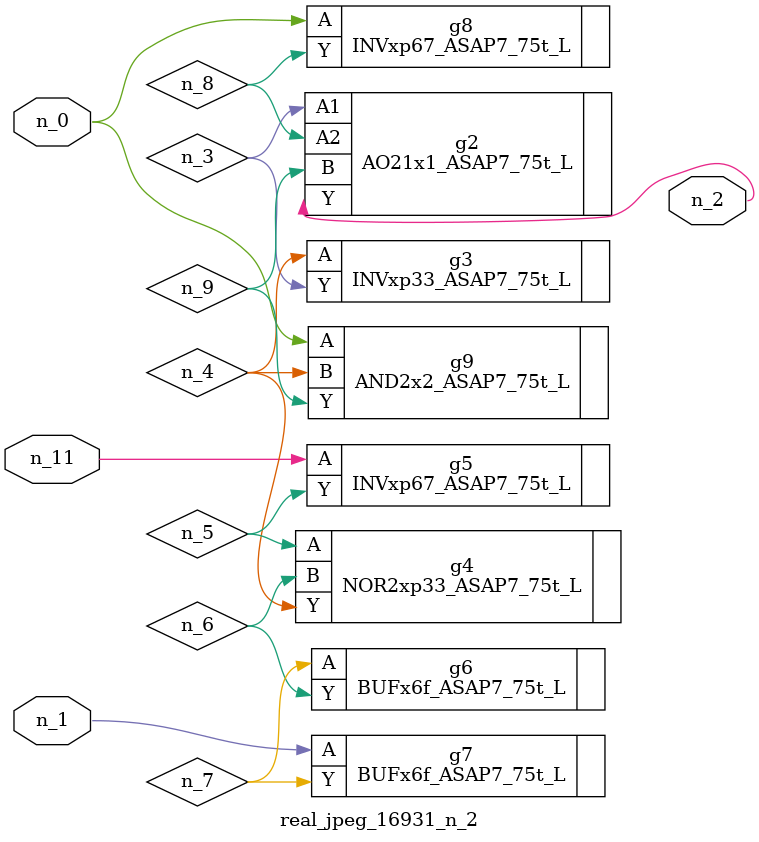
<source format=v>
module real_jpeg_16931_n_2 (n_1, n_11, n_0, n_2);

input n_1;
input n_11;
input n_0;

output n_2;

wire n_5;
wire n_8;
wire n_4;
wire n_6;
wire n_7;
wire n_3;
wire n_9;

INVxp67_ASAP7_75t_L g8 ( 
.A(n_0),
.Y(n_8)
);

AND2x2_ASAP7_75t_L g9 ( 
.A(n_0),
.B(n_4),
.Y(n_9)
);

BUFx6f_ASAP7_75t_L g7 ( 
.A(n_1),
.Y(n_7)
);

AO21x1_ASAP7_75t_L g2 ( 
.A1(n_3),
.A2(n_8),
.B(n_9),
.Y(n_2)
);

INVxp33_ASAP7_75t_L g3 ( 
.A(n_4),
.Y(n_3)
);

NOR2xp33_ASAP7_75t_L g4 ( 
.A(n_5),
.B(n_6),
.Y(n_4)
);

BUFx6f_ASAP7_75t_L g6 ( 
.A(n_7),
.Y(n_6)
);

INVxp67_ASAP7_75t_L g5 ( 
.A(n_11),
.Y(n_5)
);


endmodule
</source>
